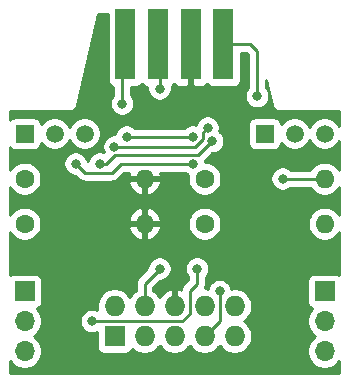
<source format=gbl>
G04 #@! TF.GenerationSoftware,KiCad,Pcbnew,(5.1.8)-1*
G04 #@! TF.CreationDate,2021-01-08T23:45:19+01:00*
G04 #@! TF.ProjectId,Atari 7800,41746172-6920-4373-9830-302e6b696361,rev?*
G04 #@! TF.SameCoordinates,Original*
G04 #@! TF.FileFunction,Copper,L2,Bot*
G04 #@! TF.FilePolarity,Positive*
%FSLAX46Y46*%
G04 Gerber Fmt 4.6, Leading zero omitted, Abs format (unit mm)*
G04 Created by KiCad (PCBNEW (5.1.8)-1) date 2021-01-08 23:45:19*
%MOMM*%
%LPD*%
G01*
G04 APERTURE LIST*
G04 #@! TA.AperFunction,SMDPad,CuDef*
%ADD10R,1.700000X6.000000*%
G04 #@! TD*
G04 #@! TA.AperFunction,ComponentPad*
%ADD11R,1.520000X1.520000*%
G04 #@! TD*
G04 #@! TA.AperFunction,ComponentPad*
%ADD12C,1.520000*%
G04 #@! TD*
G04 #@! TA.AperFunction,ComponentPad*
%ADD13R,1.700000X1.700000*%
G04 #@! TD*
G04 #@! TA.AperFunction,ComponentPad*
%ADD14O,1.700000X1.700000*%
G04 #@! TD*
G04 #@! TA.AperFunction,ComponentPad*
%ADD15O,1.727200X1.727200*%
G04 #@! TD*
G04 #@! TA.AperFunction,ComponentPad*
%ADD16R,1.727200X1.727200*%
G04 #@! TD*
G04 #@! TA.AperFunction,ComponentPad*
%ADD17O,1.600000X1.600000*%
G04 #@! TD*
G04 #@! TA.AperFunction,ComponentPad*
%ADD18C,1.600000*%
G04 #@! TD*
G04 #@! TA.AperFunction,ViaPad*
%ADD19C,0.800000*%
G04 #@! TD*
G04 #@! TA.AperFunction,Conductor*
%ADD20C,0.250000*%
G04 #@! TD*
G04 #@! TA.AperFunction,Conductor*
%ADD21C,0.254000*%
G04 #@! TD*
G04 #@! TA.AperFunction,Conductor*
%ADD22C,0.100000*%
G04 #@! TD*
G04 APERTURE END LIST*
D10*
X138069500Y-64833500D03*
X140839500Y-64833500D03*
X143609500Y-64833500D03*
X146379500Y-64833500D03*
D11*
X129540000Y-72390000D03*
D12*
X134620000Y-72390000D03*
X132080000Y-72390000D03*
D13*
X154940000Y-85725000D03*
D14*
X154940000Y-88265000D03*
X154940000Y-90805000D03*
D15*
X147320000Y-86995000D03*
X144780000Y-86995000D03*
X142240000Y-86995000D03*
X139700000Y-86995000D03*
X137160000Y-86995000D03*
X147320000Y-89535000D03*
X144780000Y-89535000D03*
X142240000Y-89535000D03*
X139700000Y-89535000D03*
D16*
X137160000Y-89535000D03*
D14*
X129540000Y-90805000D03*
X129540000Y-88265000D03*
D13*
X129540000Y-85725000D03*
D12*
X152400000Y-72390000D03*
X154940000Y-72390000D03*
D11*
X149860000Y-72390000D03*
D17*
X139700000Y-80010000D03*
D18*
X129540000Y-80010000D03*
X144780000Y-80010000D03*
D17*
X154940000Y-80010000D03*
X139700000Y-76200000D03*
D18*
X129540000Y-76200000D03*
X144780000Y-76200000D03*
D17*
X154940000Y-76200000D03*
D19*
X146050000Y-85725000D03*
X140970000Y-68580000D03*
X140970000Y-83820000D03*
X137157081Y-73480373D03*
X145033994Y-71882000D03*
X149225000Y-69215000D03*
X135890000Y-74930000D03*
X145415004Y-73025000D03*
X137795000Y-69850000D03*
X138176000Y-72644000D03*
X143764000Y-72644000D03*
X135255000Y-88265000D03*
X144145000Y-83820000D03*
X151384000Y-76200000D03*
X143764000Y-74930000D03*
X133858000Y-74930000D03*
D20*
X146050000Y-88265000D02*
X146050000Y-85725000D01*
X144780000Y-89535000D02*
X146050000Y-88265000D01*
X140970000Y-64964000D02*
X140839500Y-64833500D01*
X140970000Y-68580000D02*
X140970000Y-64964000D01*
X139700000Y-85090000D02*
X140970000Y-83820000D01*
X139700000Y-86995000D02*
X139700000Y-85090000D01*
X144001306Y-73480373D02*
X144633995Y-72847684D01*
X137157081Y-73480373D02*
X144001306Y-73480373D01*
X144633995Y-72281999D02*
X145033994Y-71882000D01*
X144633995Y-72847684D02*
X144633995Y-72281999D01*
X136455685Y-74930000D02*
X137180686Y-74204999D01*
X135890000Y-74930000D02*
X136455685Y-74930000D01*
X144235005Y-74204999D02*
X145015005Y-73424999D01*
X145015005Y-73424999D02*
X145415004Y-73025000D01*
X137180686Y-74204999D02*
X144235005Y-74204999D01*
X149225000Y-69215000D02*
X149225000Y-65405000D01*
X148653500Y-64833500D02*
X146379500Y-64833500D01*
X149225000Y-65405000D02*
X148653500Y-64833500D01*
X137795000Y-65108000D02*
X138069500Y-64833500D01*
X137795000Y-69215000D02*
X137795000Y-65108000D01*
X137795000Y-69215000D02*
X137795000Y-69850000D01*
X138741685Y-72644000D02*
X143764000Y-72644000D01*
X138176000Y-72644000D02*
X138741685Y-72644000D01*
X135255000Y-88265000D02*
X142875000Y-88265000D01*
X142875000Y-88265000D02*
X143510000Y-87630000D01*
X143510000Y-87630000D02*
X143510000Y-85725000D01*
X143510000Y-85725000D02*
X144145000Y-85090000D01*
X144145000Y-85090000D02*
X144145000Y-83820000D01*
X154940000Y-76200000D02*
X151384000Y-76200000D01*
X143764000Y-74930000D02*
X137668000Y-74930000D01*
X137668000Y-74930000D02*
X136906000Y-75692000D01*
X136906000Y-75692000D02*
X134620000Y-75692000D01*
X134620000Y-75692000D02*
X133858000Y-74930000D01*
D21*
X136581428Y-67833500D02*
X136593688Y-67957982D01*
X136629998Y-68077680D01*
X136688963Y-68187994D01*
X136768315Y-68284685D01*
X136865006Y-68364037D01*
X136975320Y-68423002D01*
X137035000Y-68441106D01*
X137035000Y-69146289D01*
X136991063Y-69190226D01*
X136877795Y-69359744D01*
X136799774Y-69548102D01*
X136760000Y-69748061D01*
X136760000Y-69951939D01*
X136799774Y-70151898D01*
X136877795Y-70340256D01*
X136991063Y-70509774D01*
X137135226Y-70653937D01*
X137304744Y-70767205D01*
X137493102Y-70845226D01*
X137693061Y-70885000D01*
X137896939Y-70885000D01*
X138096898Y-70845226D01*
X138285256Y-70767205D01*
X138454774Y-70653937D01*
X138598937Y-70509774D01*
X138712205Y-70340256D01*
X138790226Y-70151898D01*
X138830000Y-69951939D01*
X138830000Y-69748061D01*
X138790226Y-69548102D01*
X138712205Y-69359744D01*
X138598937Y-69190226D01*
X138555000Y-69146289D01*
X138555000Y-68471572D01*
X138919500Y-68471572D01*
X139043982Y-68459312D01*
X139163680Y-68423002D01*
X139273994Y-68364037D01*
X139370685Y-68284685D01*
X139450037Y-68187994D01*
X139454500Y-68179644D01*
X139458963Y-68187994D01*
X139538315Y-68284685D01*
X139635006Y-68364037D01*
X139745320Y-68423002D01*
X139865018Y-68459312D01*
X139937313Y-68466432D01*
X139935000Y-68478061D01*
X139935000Y-68681939D01*
X139974774Y-68881898D01*
X140052795Y-69070256D01*
X140166063Y-69239774D01*
X140310226Y-69383937D01*
X140479744Y-69497205D01*
X140668102Y-69575226D01*
X140868061Y-69615000D01*
X141071939Y-69615000D01*
X141271898Y-69575226D01*
X141460256Y-69497205D01*
X141629774Y-69383937D01*
X141773937Y-69239774D01*
X141887205Y-69070256D01*
X141965226Y-68881898D01*
X142005000Y-68681939D01*
X142005000Y-68478061D01*
X141988247Y-68393835D01*
X142043994Y-68364037D01*
X142140685Y-68284685D01*
X142220037Y-68187994D01*
X142224500Y-68179644D01*
X142228963Y-68187994D01*
X142308315Y-68284685D01*
X142405006Y-68364037D01*
X142515320Y-68423002D01*
X142635018Y-68459312D01*
X142759500Y-68471572D01*
X143323750Y-68468500D01*
X143482500Y-68309750D01*
X143482500Y-64960500D01*
X143462500Y-64960500D01*
X143462500Y-64706500D01*
X143482500Y-64706500D01*
X143482500Y-64686500D01*
X143736500Y-64686500D01*
X143736500Y-64706500D01*
X143756500Y-64706500D01*
X143756500Y-64960500D01*
X143736500Y-64960500D01*
X143736500Y-68309750D01*
X143895250Y-68468500D01*
X144459500Y-68471572D01*
X144583982Y-68459312D01*
X144703680Y-68423002D01*
X144813994Y-68364037D01*
X144910685Y-68284685D01*
X144990037Y-68187994D01*
X144994500Y-68179644D01*
X144998963Y-68187994D01*
X145078315Y-68284685D01*
X145175006Y-68364037D01*
X145285320Y-68423002D01*
X145405018Y-68459312D01*
X145529500Y-68471572D01*
X147229500Y-68471572D01*
X147353982Y-68459312D01*
X147473680Y-68423002D01*
X147583994Y-68364037D01*
X147680685Y-68284685D01*
X147760037Y-68187994D01*
X147819002Y-68077680D01*
X147855312Y-67957982D01*
X147867572Y-67833500D01*
X147867572Y-65593500D01*
X148338699Y-65593500D01*
X148465001Y-65719803D01*
X148465000Y-68511289D01*
X148421063Y-68555226D01*
X148307795Y-68724744D01*
X148229774Y-68913102D01*
X148190000Y-69113061D01*
X148190000Y-69316939D01*
X148229774Y-69516898D01*
X148307795Y-69705256D01*
X148421063Y-69874774D01*
X148565226Y-70018937D01*
X148734744Y-70132205D01*
X148923102Y-70210226D01*
X149123061Y-70250000D01*
X149326939Y-70250000D01*
X149526898Y-70210226D01*
X149715256Y-70132205D01*
X149884774Y-70018937D01*
X150028937Y-69874774D01*
X150142205Y-69705256D01*
X150220226Y-69516898D01*
X150260000Y-69316939D01*
X150260000Y-69113061D01*
X150220226Y-68913102D01*
X150142205Y-68724744D01*
X150028937Y-68555226D01*
X149985000Y-68511289D01*
X149985000Y-67823500D01*
X150477345Y-69956998D01*
X150479550Y-69979383D01*
X150491926Y-70020179D01*
X150494191Y-70029996D01*
X150501342Y-70051222D01*
X150517290Y-70103793D01*
X150522064Y-70112725D01*
X150525300Y-70122329D01*
X150552673Y-70169990D01*
X150578575Y-70218450D01*
X150585003Y-70226282D01*
X150590048Y-70235067D01*
X150626194Y-70276473D01*
X150661052Y-70318948D01*
X150668881Y-70325373D01*
X150675545Y-70333007D01*
X150719072Y-70366564D01*
X150761550Y-70401425D01*
X150770486Y-70406201D01*
X150778508Y-70412386D01*
X150827744Y-70436806D01*
X150876207Y-70462710D01*
X150885900Y-70465650D01*
X150894978Y-70470153D01*
X150948027Y-70484497D01*
X151000617Y-70500450D01*
X151010703Y-70501443D01*
X151020480Y-70504087D01*
X151075307Y-70507806D01*
X151097581Y-70510000D01*
X151107646Y-70510000D01*
X151150190Y-70512886D01*
X151172503Y-70510000D01*
X156177725Y-70510000D01*
X156184513Y-70510666D01*
X156185000Y-70515301D01*
X156185000Y-71750385D01*
X156176233Y-71729220D01*
X156023567Y-71500739D01*
X155829261Y-71306433D01*
X155600780Y-71153767D01*
X155346907Y-71048609D01*
X155077396Y-70995000D01*
X154802604Y-70995000D01*
X154533093Y-71048609D01*
X154279220Y-71153767D01*
X154050739Y-71306433D01*
X153856433Y-71500739D01*
X153703767Y-71729220D01*
X153670000Y-71810740D01*
X153636233Y-71729220D01*
X153483567Y-71500739D01*
X153289261Y-71306433D01*
X153060780Y-71153767D01*
X152806907Y-71048609D01*
X152537396Y-70995000D01*
X152262604Y-70995000D01*
X151993093Y-71048609D01*
X151739220Y-71153767D01*
X151510739Y-71306433D01*
X151316433Y-71500739D01*
X151254474Y-71593467D01*
X151245812Y-71505518D01*
X151209502Y-71385820D01*
X151150537Y-71275506D01*
X151071185Y-71178815D01*
X150974494Y-71099463D01*
X150864180Y-71040498D01*
X150744482Y-71004188D01*
X150620000Y-70991928D01*
X149100000Y-70991928D01*
X148975518Y-71004188D01*
X148855820Y-71040498D01*
X148745506Y-71099463D01*
X148648815Y-71178815D01*
X148569463Y-71275506D01*
X148510498Y-71385820D01*
X148474188Y-71505518D01*
X148461928Y-71630000D01*
X148461928Y-73150000D01*
X148474188Y-73274482D01*
X148510498Y-73394180D01*
X148569463Y-73504494D01*
X148648815Y-73601185D01*
X148745506Y-73680537D01*
X148855820Y-73739502D01*
X148975518Y-73775812D01*
X149100000Y-73788072D01*
X150620000Y-73788072D01*
X150744482Y-73775812D01*
X150864180Y-73739502D01*
X150974494Y-73680537D01*
X151071185Y-73601185D01*
X151150537Y-73504494D01*
X151209502Y-73394180D01*
X151245812Y-73274482D01*
X151254474Y-73186533D01*
X151316433Y-73279261D01*
X151510739Y-73473567D01*
X151739220Y-73626233D01*
X151993093Y-73731391D01*
X152262604Y-73785000D01*
X152537396Y-73785000D01*
X152806907Y-73731391D01*
X153060780Y-73626233D01*
X153289261Y-73473567D01*
X153483567Y-73279261D01*
X153636233Y-73050780D01*
X153670000Y-72969260D01*
X153703767Y-73050780D01*
X153856433Y-73279261D01*
X154050739Y-73473567D01*
X154279220Y-73626233D01*
X154533093Y-73731391D01*
X154802604Y-73785000D01*
X155077396Y-73785000D01*
X155346907Y-73731391D01*
X155600780Y-73626233D01*
X155829261Y-73473567D01*
X156023567Y-73279261D01*
X156176233Y-73050780D01*
X156185000Y-73029614D01*
X156185000Y-75480344D01*
X156054637Y-75285241D01*
X155854759Y-75085363D01*
X155619727Y-74928320D01*
X155358574Y-74820147D01*
X155081335Y-74765000D01*
X154798665Y-74765000D01*
X154521426Y-74820147D01*
X154260273Y-74928320D01*
X154025241Y-75085363D01*
X153825363Y-75285241D01*
X153721957Y-75440000D01*
X152087711Y-75440000D01*
X152043774Y-75396063D01*
X151874256Y-75282795D01*
X151685898Y-75204774D01*
X151485939Y-75165000D01*
X151282061Y-75165000D01*
X151082102Y-75204774D01*
X150893744Y-75282795D01*
X150724226Y-75396063D01*
X150580063Y-75540226D01*
X150466795Y-75709744D01*
X150388774Y-75898102D01*
X150349000Y-76098061D01*
X150349000Y-76301939D01*
X150388774Y-76501898D01*
X150466795Y-76690256D01*
X150580063Y-76859774D01*
X150724226Y-77003937D01*
X150893744Y-77117205D01*
X151082102Y-77195226D01*
X151282061Y-77235000D01*
X151485939Y-77235000D01*
X151685898Y-77195226D01*
X151874256Y-77117205D01*
X152043774Y-77003937D01*
X152087711Y-76960000D01*
X153721957Y-76960000D01*
X153825363Y-77114759D01*
X154025241Y-77314637D01*
X154260273Y-77471680D01*
X154521426Y-77579853D01*
X154798665Y-77635000D01*
X155081335Y-77635000D01*
X155358574Y-77579853D01*
X155619727Y-77471680D01*
X155854759Y-77314637D01*
X156054637Y-77114759D01*
X156185000Y-76919656D01*
X156185000Y-79290344D01*
X156054637Y-79095241D01*
X155854759Y-78895363D01*
X155619727Y-78738320D01*
X155358574Y-78630147D01*
X155081335Y-78575000D01*
X154798665Y-78575000D01*
X154521426Y-78630147D01*
X154260273Y-78738320D01*
X154025241Y-78895363D01*
X153825363Y-79095241D01*
X153668320Y-79330273D01*
X153560147Y-79591426D01*
X153505000Y-79868665D01*
X153505000Y-80151335D01*
X153560147Y-80428574D01*
X153668320Y-80689727D01*
X153825363Y-80924759D01*
X154025241Y-81124637D01*
X154260273Y-81281680D01*
X154521426Y-81389853D01*
X154798665Y-81445000D01*
X155081335Y-81445000D01*
X155358574Y-81389853D01*
X155619727Y-81281680D01*
X155854759Y-81124637D01*
X156054637Y-80924759D01*
X156185000Y-80729656D01*
X156185001Y-84377706D01*
X156144494Y-84344463D01*
X156034180Y-84285498D01*
X155914482Y-84249188D01*
X155790000Y-84236928D01*
X154090000Y-84236928D01*
X153965518Y-84249188D01*
X153845820Y-84285498D01*
X153735506Y-84344463D01*
X153638815Y-84423815D01*
X153559463Y-84520506D01*
X153500498Y-84630820D01*
X153464188Y-84750518D01*
X153451928Y-84875000D01*
X153451928Y-86575000D01*
X153464188Y-86699482D01*
X153500498Y-86819180D01*
X153559463Y-86929494D01*
X153638815Y-87026185D01*
X153735506Y-87105537D01*
X153845820Y-87164502D01*
X153918380Y-87186513D01*
X153786525Y-87318368D01*
X153624010Y-87561589D01*
X153512068Y-87831842D01*
X153455000Y-88118740D01*
X153455000Y-88411260D01*
X153512068Y-88698158D01*
X153624010Y-88968411D01*
X153786525Y-89211632D01*
X153993368Y-89418475D01*
X154167760Y-89535000D01*
X153993368Y-89651525D01*
X153786525Y-89858368D01*
X153624010Y-90101589D01*
X153512068Y-90371842D01*
X153455000Y-90658740D01*
X153455000Y-90951260D01*
X153512068Y-91238158D01*
X153624010Y-91508411D01*
X153786525Y-91751632D01*
X153993368Y-91958475D01*
X154236589Y-92120990D01*
X154506842Y-92232932D01*
X154793740Y-92290000D01*
X155086260Y-92290000D01*
X155373158Y-92232932D01*
X155643411Y-92120990D01*
X155886632Y-91958475D01*
X156093475Y-91751632D01*
X156185001Y-91614654D01*
X156185001Y-92677715D01*
X156184335Y-92684513D01*
X156179699Y-92685000D01*
X128302275Y-92685000D01*
X128295487Y-92684335D01*
X128295000Y-92679699D01*
X128295000Y-91614655D01*
X128386525Y-91751632D01*
X128593368Y-91958475D01*
X128836589Y-92120990D01*
X129106842Y-92232932D01*
X129393740Y-92290000D01*
X129686260Y-92290000D01*
X129973158Y-92232932D01*
X130243411Y-92120990D01*
X130486632Y-91958475D01*
X130693475Y-91751632D01*
X130855990Y-91508411D01*
X130967932Y-91238158D01*
X131025000Y-90951260D01*
X131025000Y-90658740D01*
X130967932Y-90371842D01*
X130855990Y-90101589D01*
X130693475Y-89858368D01*
X130486632Y-89651525D01*
X130312240Y-89535000D01*
X130486632Y-89418475D01*
X130693475Y-89211632D01*
X130855990Y-88968411D01*
X130967932Y-88698158D01*
X131025000Y-88411260D01*
X131025000Y-88163061D01*
X134220000Y-88163061D01*
X134220000Y-88366939D01*
X134259774Y-88566898D01*
X134337795Y-88755256D01*
X134451063Y-88924774D01*
X134595226Y-89068937D01*
X134764744Y-89182205D01*
X134953102Y-89260226D01*
X135153061Y-89300000D01*
X135356939Y-89300000D01*
X135556898Y-89260226D01*
X135658328Y-89218212D01*
X135658328Y-90398600D01*
X135670588Y-90523082D01*
X135706898Y-90642780D01*
X135765863Y-90753094D01*
X135845215Y-90849785D01*
X135941906Y-90929137D01*
X136052220Y-90988102D01*
X136171918Y-91024412D01*
X136296400Y-91036672D01*
X138023600Y-91036672D01*
X138148082Y-91024412D01*
X138267780Y-90988102D01*
X138378094Y-90929137D01*
X138474785Y-90849785D01*
X138554137Y-90753094D01*
X138613102Y-90642780D01*
X138630636Y-90584977D01*
X138744698Y-90699039D01*
X138990147Y-90863042D01*
X139262875Y-90976010D01*
X139552401Y-91033600D01*
X139847599Y-91033600D01*
X140137125Y-90976010D01*
X140409853Y-90863042D01*
X140655302Y-90699039D01*
X140864039Y-90490302D01*
X140970000Y-90331719D01*
X141075961Y-90490302D01*
X141284698Y-90699039D01*
X141530147Y-90863042D01*
X141802875Y-90976010D01*
X142092401Y-91033600D01*
X142387599Y-91033600D01*
X142677125Y-90976010D01*
X142949853Y-90863042D01*
X143195302Y-90699039D01*
X143404039Y-90490302D01*
X143510000Y-90331719D01*
X143615961Y-90490302D01*
X143824698Y-90699039D01*
X144070147Y-90863042D01*
X144342875Y-90976010D01*
X144632401Y-91033600D01*
X144927599Y-91033600D01*
X145217125Y-90976010D01*
X145489853Y-90863042D01*
X145735302Y-90699039D01*
X145944039Y-90490302D01*
X146050000Y-90331719D01*
X146155961Y-90490302D01*
X146364698Y-90699039D01*
X146610147Y-90863042D01*
X146882875Y-90976010D01*
X147172401Y-91033600D01*
X147467599Y-91033600D01*
X147757125Y-90976010D01*
X148029853Y-90863042D01*
X148275302Y-90699039D01*
X148484039Y-90490302D01*
X148648042Y-90244853D01*
X148761010Y-89972125D01*
X148818600Y-89682599D01*
X148818600Y-89387401D01*
X148761010Y-89097875D01*
X148648042Y-88825147D01*
X148484039Y-88579698D01*
X148275302Y-88370961D01*
X148116719Y-88265000D01*
X148275302Y-88159039D01*
X148484039Y-87950302D01*
X148648042Y-87704853D01*
X148761010Y-87432125D01*
X148818600Y-87142599D01*
X148818600Y-86847401D01*
X148761010Y-86557875D01*
X148648042Y-86285147D01*
X148484039Y-86039698D01*
X148275302Y-85830961D01*
X148029853Y-85666958D01*
X147757125Y-85553990D01*
X147467599Y-85496400D01*
X147172401Y-85496400D01*
X147064091Y-85517944D01*
X147045226Y-85423102D01*
X146967205Y-85234744D01*
X146853937Y-85065226D01*
X146709774Y-84921063D01*
X146540256Y-84807795D01*
X146351898Y-84729774D01*
X146151939Y-84690000D01*
X145948061Y-84690000D01*
X145748102Y-84729774D01*
X145559744Y-84807795D01*
X145390226Y-84921063D01*
X145246063Y-85065226D01*
X145132795Y-85234744D01*
X145054774Y-85423102D01*
X145035909Y-85517944D01*
X144927599Y-85496400D01*
X144789529Y-85496400D01*
X144850546Y-85382247D01*
X144894003Y-85238986D01*
X144905000Y-85127333D01*
X144905000Y-85127332D01*
X144908677Y-85090000D01*
X144905000Y-85052667D01*
X144905000Y-84523711D01*
X144948937Y-84479774D01*
X145062205Y-84310256D01*
X145140226Y-84121898D01*
X145180000Y-83921939D01*
X145180000Y-83718061D01*
X145140226Y-83518102D01*
X145062205Y-83329744D01*
X144948937Y-83160226D01*
X144804774Y-83016063D01*
X144635256Y-82902795D01*
X144446898Y-82824774D01*
X144246939Y-82785000D01*
X144043061Y-82785000D01*
X143843102Y-82824774D01*
X143654744Y-82902795D01*
X143485226Y-83016063D01*
X143341063Y-83160226D01*
X143227795Y-83329744D01*
X143149774Y-83518102D01*
X143110000Y-83718061D01*
X143110000Y-83921939D01*
X143149774Y-84121898D01*
X143227795Y-84310256D01*
X143341063Y-84479774D01*
X143385000Y-84523711D01*
X143385000Y-84775198D01*
X142998998Y-85161201D01*
X142970000Y-85184999D01*
X142946202Y-85213997D01*
X142946201Y-85213998D01*
X142875026Y-85300724D01*
X142804454Y-85432754D01*
X142785148Y-85496400D01*
X142760998Y-85576014D01*
X142759577Y-85590438D01*
X142749814Y-85585778D01*
X142599026Y-85540042D01*
X142367000Y-85661183D01*
X142367000Y-86868000D01*
X142387000Y-86868000D01*
X142387000Y-87122000D01*
X142367000Y-87122000D01*
X142367000Y-87142000D01*
X142113000Y-87142000D01*
X142113000Y-87122000D01*
X142093000Y-87122000D01*
X142093000Y-86868000D01*
X142113000Y-86868000D01*
X142113000Y-85661183D01*
X141880974Y-85540042D01*
X141730186Y-85585778D01*
X141465056Y-85712316D01*
X141229707Y-85888146D01*
X141033183Y-86106512D01*
X140974559Y-86205103D01*
X140864039Y-86039698D01*
X140655302Y-85830961D01*
X140460000Y-85700465D01*
X140460000Y-85404801D01*
X141009802Y-84855000D01*
X141071939Y-84855000D01*
X141271898Y-84815226D01*
X141460256Y-84737205D01*
X141629774Y-84623937D01*
X141773937Y-84479774D01*
X141887205Y-84310256D01*
X141965226Y-84121898D01*
X142005000Y-83921939D01*
X142005000Y-83718061D01*
X141965226Y-83518102D01*
X141887205Y-83329744D01*
X141773937Y-83160226D01*
X141629774Y-83016063D01*
X141460256Y-82902795D01*
X141271898Y-82824774D01*
X141071939Y-82785000D01*
X140868061Y-82785000D01*
X140668102Y-82824774D01*
X140479744Y-82902795D01*
X140310226Y-83016063D01*
X140166063Y-83160226D01*
X140052795Y-83329744D01*
X139974774Y-83518102D01*
X139935000Y-83718061D01*
X139935000Y-83780198D01*
X139188998Y-84526201D01*
X139160000Y-84549999D01*
X139136202Y-84578997D01*
X139136201Y-84578998D01*
X139065026Y-84665724D01*
X138994454Y-84797754D01*
X138971023Y-84875000D01*
X138950998Y-84941014D01*
X138943272Y-85019454D01*
X138936324Y-85090000D01*
X138940001Y-85127332D01*
X138940001Y-85700465D01*
X138744698Y-85830961D01*
X138535961Y-86039698D01*
X138430000Y-86198281D01*
X138324039Y-86039698D01*
X138115302Y-85830961D01*
X137869853Y-85666958D01*
X137597125Y-85553990D01*
X137307599Y-85496400D01*
X137012401Y-85496400D01*
X136722875Y-85553990D01*
X136450147Y-85666958D01*
X136204698Y-85830961D01*
X135995961Y-86039698D01*
X135831958Y-86285147D01*
X135718990Y-86557875D01*
X135661400Y-86847401D01*
X135661400Y-87142599D01*
X135698351Y-87328366D01*
X135556898Y-87269774D01*
X135356939Y-87230000D01*
X135153061Y-87230000D01*
X134953102Y-87269774D01*
X134764744Y-87347795D01*
X134595226Y-87461063D01*
X134451063Y-87605226D01*
X134337795Y-87774744D01*
X134259774Y-87963102D01*
X134220000Y-88163061D01*
X131025000Y-88163061D01*
X131025000Y-88118740D01*
X130967932Y-87831842D01*
X130855990Y-87561589D01*
X130693475Y-87318368D01*
X130561620Y-87186513D01*
X130634180Y-87164502D01*
X130744494Y-87105537D01*
X130841185Y-87026185D01*
X130920537Y-86929494D01*
X130979502Y-86819180D01*
X131015812Y-86699482D01*
X131028072Y-86575000D01*
X131028072Y-84875000D01*
X131015812Y-84750518D01*
X130979502Y-84630820D01*
X130920537Y-84520506D01*
X130841185Y-84423815D01*
X130744494Y-84344463D01*
X130634180Y-84285498D01*
X130514482Y-84249188D01*
X130390000Y-84236928D01*
X128690000Y-84236928D01*
X128565518Y-84249188D01*
X128445820Y-84285498D01*
X128335506Y-84344463D01*
X128295000Y-84377705D01*
X128295000Y-80729657D01*
X128425363Y-80924759D01*
X128625241Y-81124637D01*
X128860273Y-81281680D01*
X129121426Y-81389853D01*
X129398665Y-81445000D01*
X129681335Y-81445000D01*
X129958574Y-81389853D01*
X130219727Y-81281680D01*
X130454759Y-81124637D01*
X130654637Y-80924759D01*
X130811680Y-80689727D01*
X130919853Y-80428574D01*
X130933684Y-80359039D01*
X138308096Y-80359039D01*
X138348754Y-80493087D01*
X138468963Y-80747420D01*
X138636481Y-80973414D01*
X138844869Y-81162385D01*
X139086119Y-81307070D01*
X139350960Y-81401909D01*
X139573000Y-81280624D01*
X139573000Y-80137000D01*
X139827000Y-80137000D01*
X139827000Y-81280624D01*
X140049040Y-81401909D01*
X140313881Y-81307070D01*
X140555131Y-81162385D01*
X140763519Y-80973414D01*
X140931037Y-80747420D01*
X141051246Y-80493087D01*
X141091904Y-80359039D01*
X140969915Y-80137000D01*
X139827000Y-80137000D01*
X139573000Y-80137000D01*
X138430085Y-80137000D01*
X138308096Y-80359039D01*
X130933684Y-80359039D01*
X130975000Y-80151335D01*
X130975000Y-79868665D01*
X130933685Y-79660961D01*
X138308096Y-79660961D01*
X138430085Y-79883000D01*
X139573000Y-79883000D01*
X139573000Y-78739376D01*
X139827000Y-78739376D01*
X139827000Y-79883000D01*
X140969915Y-79883000D01*
X140977790Y-79868665D01*
X143345000Y-79868665D01*
X143345000Y-80151335D01*
X143400147Y-80428574D01*
X143508320Y-80689727D01*
X143665363Y-80924759D01*
X143865241Y-81124637D01*
X144100273Y-81281680D01*
X144361426Y-81389853D01*
X144638665Y-81445000D01*
X144921335Y-81445000D01*
X145198574Y-81389853D01*
X145459727Y-81281680D01*
X145694759Y-81124637D01*
X145894637Y-80924759D01*
X146051680Y-80689727D01*
X146159853Y-80428574D01*
X146215000Y-80151335D01*
X146215000Y-79868665D01*
X146159853Y-79591426D01*
X146051680Y-79330273D01*
X145894637Y-79095241D01*
X145694759Y-78895363D01*
X145459727Y-78738320D01*
X145198574Y-78630147D01*
X144921335Y-78575000D01*
X144638665Y-78575000D01*
X144361426Y-78630147D01*
X144100273Y-78738320D01*
X143865241Y-78895363D01*
X143665363Y-79095241D01*
X143508320Y-79330273D01*
X143400147Y-79591426D01*
X143345000Y-79868665D01*
X140977790Y-79868665D01*
X141091904Y-79660961D01*
X141051246Y-79526913D01*
X140931037Y-79272580D01*
X140763519Y-79046586D01*
X140555131Y-78857615D01*
X140313881Y-78712930D01*
X140049040Y-78618091D01*
X139827000Y-78739376D01*
X139573000Y-78739376D01*
X139350960Y-78618091D01*
X139086119Y-78712930D01*
X138844869Y-78857615D01*
X138636481Y-79046586D01*
X138468963Y-79272580D01*
X138348754Y-79526913D01*
X138308096Y-79660961D01*
X130933685Y-79660961D01*
X130919853Y-79591426D01*
X130811680Y-79330273D01*
X130654637Y-79095241D01*
X130454759Y-78895363D01*
X130219727Y-78738320D01*
X129958574Y-78630147D01*
X129681335Y-78575000D01*
X129398665Y-78575000D01*
X129121426Y-78630147D01*
X128860273Y-78738320D01*
X128625241Y-78895363D01*
X128425363Y-79095241D01*
X128295000Y-79290343D01*
X128295000Y-76919657D01*
X128425363Y-77114759D01*
X128625241Y-77314637D01*
X128860273Y-77471680D01*
X129121426Y-77579853D01*
X129398665Y-77635000D01*
X129681335Y-77635000D01*
X129958574Y-77579853D01*
X130219727Y-77471680D01*
X130454759Y-77314637D01*
X130654637Y-77114759D01*
X130811680Y-76879727D01*
X130919853Y-76618574D01*
X130933684Y-76549039D01*
X138308096Y-76549039D01*
X138348754Y-76683087D01*
X138468963Y-76937420D01*
X138636481Y-77163414D01*
X138844869Y-77352385D01*
X139086119Y-77497070D01*
X139350960Y-77591909D01*
X139573000Y-77470624D01*
X139573000Y-76327000D01*
X139827000Y-76327000D01*
X139827000Y-77470624D01*
X140049040Y-77591909D01*
X140313881Y-77497070D01*
X140555131Y-77352385D01*
X140763519Y-77163414D01*
X140931037Y-76937420D01*
X141051246Y-76683087D01*
X141091904Y-76549039D01*
X140969915Y-76327000D01*
X139827000Y-76327000D01*
X139573000Y-76327000D01*
X138430085Y-76327000D01*
X138308096Y-76549039D01*
X130933684Y-76549039D01*
X130975000Y-76341335D01*
X130975000Y-76058665D01*
X130919853Y-75781426D01*
X130811680Y-75520273D01*
X130654637Y-75285241D01*
X130454759Y-75085363D01*
X130219727Y-74928320D01*
X129977681Y-74828061D01*
X132823000Y-74828061D01*
X132823000Y-75031939D01*
X132862774Y-75231898D01*
X132940795Y-75420256D01*
X133054063Y-75589774D01*
X133198226Y-75733937D01*
X133367744Y-75847205D01*
X133556102Y-75925226D01*
X133756061Y-75965000D01*
X133818198Y-75965000D01*
X134056201Y-76203002D01*
X134079999Y-76232001D01*
X134195724Y-76326974D01*
X134327753Y-76397546D01*
X134471014Y-76441003D01*
X134582667Y-76452000D01*
X134582675Y-76452000D01*
X134620000Y-76455676D01*
X134657325Y-76452000D01*
X136868678Y-76452000D01*
X136906000Y-76455676D01*
X136943322Y-76452000D01*
X136943333Y-76452000D01*
X137054986Y-76441003D01*
X137198247Y-76397546D01*
X137330276Y-76326974D01*
X137446001Y-76232001D01*
X137469803Y-76202998D01*
X137982802Y-75690000D01*
X138361474Y-75690000D01*
X138348754Y-75716913D01*
X138308096Y-75850961D01*
X138430085Y-76073000D01*
X139573000Y-76073000D01*
X139573000Y-76053000D01*
X139827000Y-76053000D01*
X139827000Y-76073000D01*
X140969915Y-76073000D01*
X141091904Y-75850961D01*
X141051246Y-75716913D01*
X141038526Y-75690000D01*
X143060289Y-75690000D01*
X143104226Y-75733937D01*
X143273744Y-75847205D01*
X143378437Y-75890570D01*
X143345000Y-76058665D01*
X143345000Y-76341335D01*
X143400147Y-76618574D01*
X143508320Y-76879727D01*
X143665363Y-77114759D01*
X143865241Y-77314637D01*
X144100273Y-77471680D01*
X144361426Y-77579853D01*
X144638665Y-77635000D01*
X144921335Y-77635000D01*
X145198574Y-77579853D01*
X145459727Y-77471680D01*
X145694759Y-77314637D01*
X145894637Y-77114759D01*
X146051680Y-76879727D01*
X146159853Y-76618574D01*
X146215000Y-76341335D01*
X146215000Y-76058665D01*
X146159853Y-75781426D01*
X146051680Y-75520273D01*
X145894637Y-75285241D01*
X145694759Y-75085363D01*
X145459727Y-74928320D01*
X145198574Y-74820147D01*
X144921335Y-74765000D01*
X144786456Y-74765000D01*
X144781021Y-74737671D01*
X144798808Y-74715997D01*
X145454806Y-74060000D01*
X145516943Y-74060000D01*
X145716902Y-74020226D01*
X145905260Y-73942205D01*
X146074778Y-73828937D01*
X146218941Y-73684774D01*
X146332209Y-73515256D01*
X146410230Y-73326898D01*
X146450004Y-73126939D01*
X146450004Y-72923061D01*
X146410230Y-72723102D01*
X146332209Y-72534744D01*
X146218941Y-72365226D01*
X146074778Y-72221063D01*
X146027038Y-72189165D01*
X146029220Y-72183898D01*
X146068994Y-71983939D01*
X146068994Y-71780061D01*
X146029220Y-71580102D01*
X145951199Y-71391744D01*
X145837931Y-71222226D01*
X145693768Y-71078063D01*
X145524250Y-70964795D01*
X145335892Y-70886774D01*
X145135933Y-70847000D01*
X144932055Y-70847000D01*
X144732096Y-70886774D01*
X144543738Y-70964795D01*
X144374220Y-71078063D01*
X144230057Y-71222226D01*
X144116789Y-71391744D01*
X144038768Y-71580102D01*
X144026661Y-71640969D01*
X143865939Y-71609000D01*
X143662061Y-71609000D01*
X143462102Y-71648774D01*
X143273744Y-71726795D01*
X143104226Y-71840063D01*
X143060289Y-71884000D01*
X138879711Y-71884000D01*
X138835774Y-71840063D01*
X138666256Y-71726795D01*
X138477898Y-71648774D01*
X138277939Y-71609000D01*
X138074061Y-71609000D01*
X137874102Y-71648774D01*
X137685744Y-71726795D01*
X137516226Y-71840063D01*
X137372063Y-71984226D01*
X137258795Y-72153744D01*
X137180774Y-72342102D01*
X137160232Y-72445373D01*
X137055142Y-72445373D01*
X136855183Y-72485147D01*
X136666825Y-72563168D01*
X136497307Y-72676436D01*
X136353144Y-72820599D01*
X136239876Y-72990117D01*
X136161855Y-73178475D01*
X136122081Y-73378434D01*
X136122081Y-73582312D01*
X136161855Y-73782271D01*
X136231885Y-73951337D01*
X136191898Y-73934774D01*
X135991939Y-73895000D01*
X135788061Y-73895000D01*
X135588102Y-73934774D01*
X135399744Y-74012795D01*
X135230226Y-74126063D01*
X135086063Y-74270226D01*
X134972795Y-74439744D01*
X134894774Y-74628102D01*
X134874000Y-74732541D01*
X134853226Y-74628102D01*
X134775205Y-74439744D01*
X134661937Y-74270226D01*
X134517774Y-74126063D01*
X134348256Y-74012795D01*
X134159898Y-73934774D01*
X133959939Y-73895000D01*
X133756061Y-73895000D01*
X133556102Y-73934774D01*
X133367744Y-74012795D01*
X133198226Y-74126063D01*
X133054063Y-74270226D01*
X132940795Y-74439744D01*
X132862774Y-74628102D01*
X132823000Y-74828061D01*
X129977681Y-74828061D01*
X129958574Y-74820147D01*
X129681335Y-74765000D01*
X129398665Y-74765000D01*
X129121426Y-74820147D01*
X128860273Y-74928320D01*
X128625241Y-75085363D01*
X128425363Y-75285241D01*
X128295000Y-75480343D01*
X128295000Y-73559981D01*
X128328815Y-73601185D01*
X128425506Y-73680537D01*
X128535820Y-73739502D01*
X128655518Y-73775812D01*
X128780000Y-73788072D01*
X130300000Y-73788072D01*
X130424482Y-73775812D01*
X130544180Y-73739502D01*
X130654494Y-73680537D01*
X130751185Y-73601185D01*
X130830537Y-73504494D01*
X130889502Y-73394180D01*
X130925812Y-73274482D01*
X130934474Y-73186533D01*
X130996433Y-73279261D01*
X131190739Y-73473567D01*
X131419220Y-73626233D01*
X131673093Y-73731391D01*
X131942604Y-73785000D01*
X132217396Y-73785000D01*
X132486907Y-73731391D01*
X132740780Y-73626233D01*
X132969261Y-73473567D01*
X133163567Y-73279261D01*
X133316233Y-73050780D01*
X133350000Y-72969260D01*
X133383767Y-73050780D01*
X133536433Y-73279261D01*
X133730739Y-73473567D01*
X133959220Y-73626233D01*
X134213093Y-73731391D01*
X134482604Y-73785000D01*
X134757396Y-73785000D01*
X135026907Y-73731391D01*
X135280780Y-73626233D01*
X135509261Y-73473567D01*
X135703567Y-73279261D01*
X135856233Y-73050780D01*
X135961391Y-72796907D01*
X136015000Y-72527396D01*
X136015000Y-72252604D01*
X135961391Y-71983093D01*
X135856233Y-71729220D01*
X135703567Y-71500739D01*
X135509261Y-71306433D01*
X135280780Y-71153767D01*
X135026907Y-71048609D01*
X134757396Y-70995000D01*
X134482604Y-70995000D01*
X134213093Y-71048609D01*
X133959220Y-71153767D01*
X133730739Y-71306433D01*
X133536433Y-71500739D01*
X133383767Y-71729220D01*
X133350000Y-71810740D01*
X133316233Y-71729220D01*
X133163567Y-71500739D01*
X132969261Y-71306433D01*
X132740780Y-71153767D01*
X132486907Y-71048609D01*
X132217396Y-70995000D01*
X131942604Y-70995000D01*
X131673093Y-71048609D01*
X131419220Y-71153767D01*
X131190739Y-71306433D01*
X130996433Y-71500739D01*
X130934474Y-71593467D01*
X130925812Y-71505518D01*
X130889502Y-71385820D01*
X130830537Y-71275506D01*
X130751185Y-71178815D01*
X130654494Y-71099463D01*
X130544180Y-71040498D01*
X130424482Y-71004188D01*
X130300000Y-70991928D01*
X128780000Y-70991928D01*
X128655518Y-71004188D01*
X128535820Y-71040498D01*
X128425506Y-71099463D01*
X128328815Y-71178815D01*
X128295000Y-71220019D01*
X128295000Y-70517275D01*
X128295666Y-70510487D01*
X128300301Y-70510000D01*
X133307504Y-70510000D01*
X133329810Y-70512885D01*
X133372339Y-70510000D01*
X133382419Y-70510000D01*
X133404727Y-70507803D01*
X133459519Y-70504086D01*
X133469290Y-70501444D01*
X133479383Y-70500450D01*
X133531994Y-70484490D01*
X133585021Y-70470153D01*
X133594098Y-70465651D01*
X133603793Y-70462710D01*
X133652269Y-70436799D01*
X133701491Y-70412386D01*
X133709511Y-70406203D01*
X133718450Y-70401425D01*
X133760944Y-70366551D01*
X133804454Y-70333007D01*
X133811116Y-70325376D01*
X133818948Y-70318948D01*
X133853822Y-70276454D01*
X133889951Y-70235067D01*
X133894994Y-70226286D01*
X133901425Y-70218450D01*
X133927341Y-70169964D01*
X133954699Y-70122329D01*
X133957933Y-70112730D01*
X133962710Y-70103793D01*
X133978667Y-70051192D01*
X133985808Y-70029996D01*
X133988070Y-70020193D01*
X134000450Y-69979383D01*
X134002655Y-69956990D01*
X135780038Y-62255000D01*
X136581428Y-62255000D01*
X136581428Y-67833500D01*
G04 #@! TA.AperFunction,Conductor*
D22*
G36*
X136581428Y-67833500D02*
G01*
X136593688Y-67957982D01*
X136629998Y-68077680D01*
X136688963Y-68187994D01*
X136768315Y-68284685D01*
X136865006Y-68364037D01*
X136975320Y-68423002D01*
X137035000Y-68441106D01*
X137035000Y-69146289D01*
X136991063Y-69190226D01*
X136877795Y-69359744D01*
X136799774Y-69548102D01*
X136760000Y-69748061D01*
X136760000Y-69951939D01*
X136799774Y-70151898D01*
X136877795Y-70340256D01*
X136991063Y-70509774D01*
X137135226Y-70653937D01*
X137304744Y-70767205D01*
X137493102Y-70845226D01*
X137693061Y-70885000D01*
X137896939Y-70885000D01*
X138096898Y-70845226D01*
X138285256Y-70767205D01*
X138454774Y-70653937D01*
X138598937Y-70509774D01*
X138712205Y-70340256D01*
X138790226Y-70151898D01*
X138830000Y-69951939D01*
X138830000Y-69748061D01*
X138790226Y-69548102D01*
X138712205Y-69359744D01*
X138598937Y-69190226D01*
X138555000Y-69146289D01*
X138555000Y-68471572D01*
X138919500Y-68471572D01*
X139043982Y-68459312D01*
X139163680Y-68423002D01*
X139273994Y-68364037D01*
X139370685Y-68284685D01*
X139450037Y-68187994D01*
X139454500Y-68179644D01*
X139458963Y-68187994D01*
X139538315Y-68284685D01*
X139635006Y-68364037D01*
X139745320Y-68423002D01*
X139865018Y-68459312D01*
X139937313Y-68466432D01*
X139935000Y-68478061D01*
X139935000Y-68681939D01*
X139974774Y-68881898D01*
X140052795Y-69070256D01*
X140166063Y-69239774D01*
X140310226Y-69383937D01*
X140479744Y-69497205D01*
X140668102Y-69575226D01*
X140868061Y-69615000D01*
X141071939Y-69615000D01*
X141271898Y-69575226D01*
X141460256Y-69497205D01*
X141629774Y-69383937D01*
X141773937Y-69239774D01*
X141887205Y-69070256D01*
X141965226Y-68881898D01*
X142005000Y-68681939D01*
X142005000Y-68478061D01*
X141988247Y-68393835D01*
X142043994Y-68364037D01*
X142140685Y-68284685D01*
X142220037Y-68187994D01*
X142224500Y-68179644D01*
X142228963Y-68187994D01*
X142308315Y-68284685D01*
X142405006Y-68364037D01*
X142515320Y-68423002D01*
X142635018Y-68459312D01*
X142759500Y-68471572D01*
X143323750Y-68468500D01*
X143482500Y-68309750D01*
X143482500Y-64960500D01*
X143462500Y-64960500D01*
X143462500Y-64706500D01*
X143482500Y-64706500D01*
X143482500Y-64686500D01*
X143736500Y-64686500D01*
X143736500Y-64706500D01*
X143756500Y-64706500D01*
X143756500Y-64960500D01*
X143736500Y-64960500D01*
X143736500Y-68309750D01*
X143895250Y-68468500D01*
X144459500Y-68471572D01*
X144583982Y-68459312D01*
X144703680Y-68423002D01*
X144813994Y-68364037D01*
X144910685Y-68284685D01*
X144990037Y-68187994D01*
X144994500Y-68179644D01*
X144998963Y-68187994D01*
X145078315Y-68284685D01*
X145175006Y-68364037D01*
X145285320Y-68423002D01*
X145405018Y-68459312D01*
X145529500Y-68471572D01*
X147229500Y-68471572D01*
X147353982Y-68459312D01*
X147473680Y-68423002D01*
X147583994Y-68364037D01*
X147680685Y-68284685D01*
X147760037Y-68187994D01*
X147819002Y-68077680D01*
X147855312Y-67957982D01*
X147867572Y-67833500D01*
X147867572Y-65593500D01*
X148338699Y-65593500D01*
X148465001Y-65719803D01*
X148465000Y-68511289D01*
X148421063Y-68555226D01*
X148307795Y-68724744D01*
X148229774Y-68913102D01*
X148190000Y-69113061D01*
X148190000Y-69316939D01*
X148229774Y-69516898D01*
X148307795Y-69705256D01*
X148421063Y-69874774D01*
X148565226Y-70018937D01*
X148734744Y-70132205D01*
X148923102Y-70210226D01*
X149123061Y-70250000D01*
X149326939Y-70250000D01*
X149526898Y-70210226D01*
X149715256Y-70132205D01*
X149884774Y-70018937D01*
X150028937Y-69874774D01*
X150142205Y-69705256D01*
X150220226Y-69516898D01*
X150260000Y-69316939D01*
X150260000Y-69113061D01*
X150220226Y-68913102D01*
X150142205Y-68724744D01*
X150028937Y-68555226D01*
X149985000Y-68511289D01*
X149985000Y-67823500D01*
X150477345Y-69956998D01*
X150479550Y-69979383D01*
X150491926Y-70020179D01*
X150494191Y-70029996D01*
X150501342Y-70051222D01*
X150517290Y-70103793D01*
X150522064Y-70112725D01*
X150525300Y-70122329D01*
X150552673Y-70169990D01*
X150578575Y-70218450D01*
X150585003Y-70226282D01*
X150590048Y-70235067D01*
X150626194Y-70276473D01*
X150661052Y-70318948D01*
X150668881Y-70325373D01*
X150675545Y-70333007D01*
X150719072Y-70366564D01*
X150761550Y-70401425D01*
X150770486Y-70406201D01*
X150778508Y-70412386D01*
X150827744Y-70436806D01*
X150876207Y-70462710D01*
X150885900Y-70465650D01*
X150894978Y-70470153D01*
X150948027Y-70484497D01*
X151000617Y-70500450D01*
X151010703Y-70501443D01*
X151020480Y-70504087D01*
X151075307Y-70507806D01*
X151097581Y-70510000D01*
X151107646Y-70510000D01*
X151150190Y-70512886D01*
X151172503Y-70510000D01*
X156177725Y-70510000D01*
X156184513Y-70510666D01*
X156185000Y-70515301D01*
X156185000Y-71750385D01*
X156176233Y-71729220D01*
X156023567Y-71500739D01*
X155829261Y-71306433D01*
X155600780Y-71153767D01*
X155346907Y-71048609D01*
X155077396Y-70995000D01*
X154802604Y-70995000D01*
X154533093Y-71048609D01*
X154279220Y-71153767D01*
X154050739Y-71306433D01*
X153856433Y-71500739D01*
X153703767Y-71729220D01*
X153670000Y-71810740D01*
X153636233Y-71729220D01*
X153483567Y-71500739D01*
X153289261Y-71306433D01*
X153060780Y-71153767D01*
X152806907Y-71048609D01*
X152537396Y-70995000D01*
X152262604Y-70995000D01*
X151993093Y-71048609D01*
X151739220Y-71153767D01*
X151510739Y-71306433D01*
X151316433Y-71500739D01*
X151254474Y-71593467D01*
X151245812Y-71505518D01*
X151209502Y-71385820D01*
X151150537Y-71275506D01*
X151071185Y-71178815D01*
X150974494Y-71099463D01*
X150864180Y-71040498D01*
X150744482Y-71004188D01*
X150620000Y-70991928D01*
X149100000Y-70991928D01*
X148975518Y-71004188D01*
X148855820Y-71040498D01*
X148745506Y-71099463D01*
X148648815Y-71178815D01*
X148569463Y-71275506D01*
X148510498Y-71385820D01*
X148474188Y-71505518D01*
X148461928Y-71630000D01*
X148461928Y-73150000D01*
X148474188Y-73274482D01*
X148510498Y-73394180D01*
X148569463Y-73504494D01*
X148648815Y-73601185D01*
X148745506Y-73680537D01*
X148855820Y-73739502D01*
X148975518Y-73775812D01*
X149100000Y-73788072D01*
X150620000Y-73788072D01*
X150744482Y-73775812D01*
X150864180Y-73739502D01*
X150974494Y-73680537D01*
X151071185Y-73601185D01*
X151150537Y-73504494D01*
X151209502Y-73394180D01*
X151245812Y-73274482D01*
X151254474Y-73186533D01*
X151316433Y-73279261D01*
X151510739Y-73473567D01*
X151739220Y-73626233D01*
X151993093Y-73731391D01*
X152262604Y-73785000D01*
X152537396Y-73785000D01*
X152806907Y-73731391D01*
X153060780Y-73626233D01*
X153289261Y-73473567D01*
X153483567Y-73279261D01*
X153636233Y-73050780D01*
X153670000Y-72969260D01*
X153703767Y-73050780D01*
X153856433Y-73279261D01*
X154050739Y-73473567D01*
X154279220Y-73626233D01*
X154533093Y-73731391D01*
X154802604Y-73785000D01*
X155077396Y-73785000D01*
X155346907Y-73731391D01*
X155600780Y-73626233D01*
X155829261Y-73473567D01*
X156023567Y-73279261D01*
X156176233Y-73050780D01*
X156185000Y-73029614D01*
X156185000Y-75480344D01*
X156054637Y-75285241D01*
X155854759Y-75085363D01*
X155619727Y-74928320D01*
X155358574Y-74820147D01*
X155081335Y-74765000D01*
X154798665Y-74765000D01*
X154521426Y-74820147D01*
X154260273Y-74928320D01*
X154025241Y-75085363D01*
X153825363Y-75285241D01*
X153721957Y-75440000D01*
X152087711Y-75440000D01*
X152043774Y-75396063D01*
X151874256Y-75282795D01*
X151685898Y-75204774D01*
X151485939Y-75165000D01*
X151282061Y-75165000D01*
X151082102Y-75204774D01*
X150893744Y-75282795D01*
X150724226Y-75396063D01*
X150580063Y-75540226D01*
X150466795Y-75709744D01*
X150388774Y-75898102D01*
X150349000Y-76098061D01*
X150349000Y-76301939D01*
X150388774Y-76501898D01*
X150466795Y-76690256D01*
X150580063Y-76859774D01*
X150724226Y-77003937D01*
X150893744Y-77117205D01*
X151082102Y-77195226D01*
X151282061Y-77235000D01*
X151485939Y-77235000D01*
X151685898Y-77195226D01*
X151874256Y-77117205D01*
X152043774Y-77003937D01*
X152087711Y-76960000D01*
X153721957Y-76960000D01*
X153825363Y-77114759D01*
X154025241Y-77314637D01*
X154260273Y-77471680D01*
X154521426Y-77579853D01*
X154798665Y-77635000D01*
X155081335Y-77635000D01*
X155358574Y-77579853D01*
X155619727Y-77471680D01*
X155854759Y-77314637D01*
X156054637Y-77114759D01*
X156185000Y-76919656D01*
X156185000Y-79290344D01*
X156054637Y-79095241D01*
X155854759Y-78895363D01*
X155619727Y-78738320D01*
X155358574Y-78630147D01*
X155081335Y-78575000D01*
X154798665Y-78575000D01*
X154521426Y-78630147D01*
X154260273Y-78738320D01*
X154025241Y-78895363D01*
X153825363Y-79095241D01*
X153668320Y-79330273D01*
X153560147Y-79591426D01*
X153505000Y-79868665D01*
X153505000Y-80151335D01*
X153560147Y-80428574D01*
X153668320Y-80689727D01*
X153825363Y-80924759D01*
X154025241Y-81124637D01*
X154260273Y-81281680D01*
X154521426Y-81389853D01*
X154798665Y-81445000D01*
X155081335Y-81445000D01*
X155358574Y-81389853D01*
X155619727Y-81281680D01*
X155854759Y-81124637D01*
X156054637Y-80924759D01*
X156185000Y-80729656D01*
X156185001Y-84377706D01*
X156144494Y-84344463D01*
X156034180Y-84285498D01*
X155914482Y-84249188D01*
X155790000Y-84236928D01*
X154090000Y-84236928D01*
X153965518Y-84249188D01*
X153845820Y-84285498D01*
X153735506Y-84344463D01*
X153638815Y-84423815D01*
X153559463Y-84520506D01*
X153500498Y-84630820D01*
X153464188Y-84750518D01*
X153451928Y-84875000D01*
X153451928Y-86575000D01*
X153464188Y-86699482D01*
X153500498Y-86819180D01*
X153559463Y-86929494D01*
X153638815Y-87026185D01*
X153735506Y-87105537D01*
X153845820Y-87164502D01*
X153918380Y-87186513D01*
X153786525Y-87318368D01*
X153624010Y-87561589D01*
X153512068Y-87831842D01*
X153455000Y-88118740D01*
X153455000Y-88411260D01*
X153512068Y-88698158D01*
X153624010Y-88968411D01*
X153786525Y-89211632D01*
X153993368Y-89418475D01*
X154167760Y-89535000D01*
X153993368Y-89651525D01*
X153786525Y-89858368D01*
X153624010Y-90101589D01*
X153512068Y-90371842D01*
X153455000Y-90658740D01*
X153455000Y-90951260D01*
X153512068Y-91238158D01*
X153624010Y-91508411D01*
X153786525Y-91751632D01*
X153993368Y-91958475D01*
X154236589Y-92120990D01*
X154506842Y-92232932D01*
X154793740Y-92290000D01*
X155086260Y-92290000D01*
X155373158Y-92232932D01*
X155643411Y-92120990D01*
X155886632Y-91958475D01*
X156093475Y-91751632D01*
X156185001Y-91614654D01*
X156185001Y-92677715D01*
X156184335Y-92684513D01*
X156179699Y-92685000D01*
X128302275Y-92685000D01*
X128295487Y-92684335D01*
X128295000Y-92679699D01*
X128295000Y-91614655D01*
X128386525Y-91751632D01*
X128593368Y-91958475D01*
X128836589Y-92120990D01*
X129106842Y-92232932D01*
X129393740Y-92290000D01*
X129686260Y-92290000D01*
X129973158Y-92232932D01*
X130243411Y-92120990D01*
X130486632Y-91958475D01*
X130693475Y-91751632D01*
X130855990Y-91508411D01*
X130967932Y-91238158D01*
X131025000Y-90951260D01*
X131025000Y-90658740D01*
X130967932Y-90371842D01*
X130855990Y-90101589D01*
X130693475Y-89858368D01*
X130486632Y-89651525D01*
X130312240Y-89535000D01*
X130486632Y-89418475D01*
X130693475Y-89211632D01*
X130855990Y-88968411D01*
X130967932Y-88698158D01*
X131025000Y-88411260D01*
X131025000Y-88163061D01*
X134220000Y-88163061D01*
X134220000Y-88366939D01*
X134259774Y-88566898D01*
X134337795Y-88755256D01*
X134451063Y-88924774D01*
X134595226Y-89068937D01*
X134764744Y-89182205D01*
X134953102Y-89260226D01*
X135153061Y-89300000D01*
X135356939Y-89300000D01*
X135556898Y-89260226D01*
X135658328Y-89218212D01*
X135658328Y-90398600D01*
X135670588Y-90523082D01*
X135706898Y-90642780D01*
X135765863Y-90753094D01*
X135845215Y-90849785D01*
X135941906Y-90929137D01*
X136052220Y-90988102D01*
X136171918Y-91024412D01*
X136296400Y-91036672D01*
X138023600Y-91036672D01*
X138148082Y-91024412D01*
X138267780Y-90988102D01*
X138378094Y-90929137D01*
X138474785Y-90849785D01*
X138554137Y-90753094D01*
X138613102Y-90642780D01*
X138630636Y-90584977D01*
X138744698Y-90699039D01*
X138990147Y-90863042D01*
X139262875Y-90976010D01*
X139552401Y-91033600D01*
X139847599Y-91033600D01*
X140137125Y-90976010D01*
X140409853Y-90863042D01*
X140655302Y-90699039D01*
X140864039Y-90490302D01*
X140970000Y-90331719D01*
X141075961Y-90490302D01*
X141284698Y-90699039D01*
X141530147Y-90863042D01*
X141802875Y-90976010D01*
X142092401Y-91033600D01*
X142387599Y-91033600D01*
X142677125Y-90976010D01*
X142949853Y-90863042D01*
X143195302Y-90699039D01*
X143404039Y-90490302D01*
X143510000Y-90331719D01*
X143615961Y-90490302D01*
X143824698Y-90699039D01*
X144070147Y-90863042D01*
X144342875Y-90976010D01*
X144632401Y-91033600D01*
X144927599Y-91033600D01*
X145217125Y-90976010D01*
X145489853Y-90863042D01*
X145735302Y-90699039D01*
X145944039Y-90490302D01*
X146050000Y-90331719D01*
X146155961Y-90490302D01*
X146364698Y-90699039D01*
X146610147Y-90863042D01*
X146882875Y-90976010D01*
X147172401Y-91033600D01*
X147467599Y-91033600D01*
X147757125Y-90976010D01*
X148029853Y-90863042D01*
X148275302Y-90699039D01*
X148484039Y-90490302D01*
X148648042Y-90244853D01*
X148761010Y-89972125D01*
X148818600Y-89682599D01*
X148818600Y-89387401D01*
X148761010Y-89097875D01*
X148648042Y-88825147D01*
X148484039Y-88579698D01*
X148275302Y-88370961D01*
X148116719Y-88265000D01*
X148275302Y-88159039D01*
X148484039Y-87950302D01*
X148648042Y-87704853D01*
X148761010Y-87432125D01*
X148818600Y-87142599D01*
X148818600Y-86847401D01*
X148761010Y-86557875D01*
X148648042Y-86285147D01*
X148484039Y-86039698D01*
X148275302Y-85830961D01*
X148029853Y-85666958D01*
X147757125Y-85553990D01*
X147467599Y-85496400D01*
X147172401Y-85496400D01*
X147064091Y-85517944D01*
X147045226Y-85423102D01*
X146967205Y-85234744D01*
X146853937Y-85065226D01*
X146709774Y-84921063D01*
X146540256Y-84807795D01*
X146351898Y-84729774D01*
X146151939Y-84690000D01*
X145948061Y-84690000D01*
X145748102Y-84729774D01*
X145559744Y-84807795D01*
X145390226Y-84921063D01*
X145246063Y-85065226D01*
X145132795Y-85234744D01*
X145054774Y-85423102D01*
X145035909Y-85517944D01*
X144927599Y-85496400D01*
X144789529Y-85496400D01*
X144850546Y-85382247D01*
X144894003Y-85238986D01*
X144905000Y-85127333D01*
X144905000Y-85127332D01*
X144908677Y-85090000D01*
X144905000Y-85052667D01*
X144905000Y-84523711D01*
X144948937Y-84479774D01*
X145062205Y-84310256D01*
X145140226Y-84121898D01*
X145180000Y-83921939D01*
X145180000Y-83718061D01*
X145140226Y-83518102D01*
X145062205Y-83329744D01*
X144948937Y-83160226D01*
X144804774Y-83016063D01*
X144635256Y-82902795D01*
X144446898Y-82824774D01*
X144246939Y-82785000D01*
X144043061Y-82785000D01*
X143843102Y-82824774D01*
X143654744Y-82902795D01*
X143485226Y-83016063D01*
X143341063Y-83160226D01*
X143227795Y-83329744D01*
X143149774Y-83518102D01*
X143110000Y-83718061D01*
X143110000Y-83921939D01*
X143149774Y-84121898D01*
X143227795Y-84310256D01*
X143341063Y-84479774D01*
X143385000Y-84523711D01*
X143385000Y-84775198D01*
X142998998Y-85161201D01*
X142970000Y-85184999D01*
X142946202Y-85213997D01*
X142946201Y-85213998D01*
X142875026Y-85300724D01*
X142804454Y-85432754D01*
X142785148Y-85496400D01*
X142760998Y-85576014D01*
X142759577Y-85590438D01*
X142749814Y-85585778D01*
X142599026Y-85540042D01*
X142367000Y-85661183D01*
X142367000Y-86868000D01*
X142387000Y-86868000D01*
X142387000Y-87122000D01*
X142367000Y-87122000D01*
X142367000Y-87142000D01*
X142113000Y-87142000D01*
X142113000Y-87122000D01*
X142093000Y-87122000D01*
X142093000Y-86868000D01*
X142113000Y-86868000D01*
X142113000Y-85661183D01*
X141880974Y-85540042D01*
X141730186Y-85585778D01*
X141465056Y-85712316D01*
X141229707Y-85888146D01*
X141033183Y-86106512D01*
X140974559Y-86205103D01*
X140864039Y-86039698D01*
X140655302Y-85830961D01*
X140460000Y-85700465D01*
X140460000Y-85404801D01*
X141009802Y-84855000D01*
X141071939Y-84855000D01*
X141271898Y-84815226D01*
X141460256Y-84737205D01*
X141629774Y-84623937D01*
X141773937Y-84479774D01*
X141887205Y-84310256D01*
X141965226Y-84121898D01*
X142005000Y-83921939D01*
X142005000Y-83718061D01*
X141965226Y-83518102D01*
X141887205Y-83329744D01*
X141773937Y-83160226D01*
X141629774Y-83016063D01*
X141460256Y-82902795D01*
X141271898Y-82824774D01*
X141071939Y-82785000D01*
X140868061Y-82785000D01*
X140668102Y-82824774D01*
X140479744Y-82902795D01*
X140310226Y-83016063D01*
X140166063Y-83160226D01*
X140052795Y-83329744D01*
X139974774Y-83518102D01*
X139935000Y-83718061D01*
X139935000Y-83780198D01*
X139188998Y-84526201D01*
X139160000Y-84549999D01*
X139136202Y-84578997D01*
X139136201Y-84578998D01*
X139065026Y-84665724D01*
X138994454Y-84797754D01*
X138971023Y-84875000D01*
X138950998Y-84941014D01*
X138943272Y-85019454D01*
X138936324Y-85090000D01*
X138940001Y-85127332D01*
X138940001Y-85700465D01*
X138744698Y-85830961D01*
X138535961Y-86039698D01*
X138430000Y-86198281D01*
X138324039Y-86039698D01*
X138115302Y-85830961D01*
X137869853Y-85666958D01*
X137597125Y-85553990D01*
X137307599Y-85496400D01*
X137012401Y-85496400D01*
X136722875Y-85553990D01*
X136450147Y-85666958D01*
X136204698Y-85830961D01*
X135995961Y-86039698D01*
X135831958Y-86285147D01*
X135718990Y-86557875D01*
X135661400Y-86847401D01*
X135661400Y-87142599D01*
X135698351Y-87328366D01*
X135556898Y-87269774D01*
X135356939Y-87230000D01*
X135153061Y-87230000D01*
X134953102Y-87269774D01*
X134764744Y-87347795D01*
X134595226Y-87461063D01*
X134451063Y-87605226D01*
X134337795Y-87774744D01*
X134259774Y-87963102D01*
X134220000Y-88163061D01*
X131025000Y-88163061D01*
X131025000Y-88118740D01*
X130967932Y-87831842D01*
X130855990Y-87561589D01*
X130693475Y-87318368D01*
X130561620Y-87186513D01*
X130634180Y-87164502D01*
X130744494Y-87105537D01*
X130841185Y-87026185D01*
X130920537Y-86929494D01*
X130979502Y-86819180D01*
X131015812Y-86699482D01*
X131028072Y-86575000D01*
X131028072Y-84875000D01*
X131015812Y-84750518D01*
X130979502Y-84630820D01*
X130920537Y-84520506D01*
X130841185Y-84423815D01*
X130744494Y-84344463D01*
X130634180Y-84285498D01*
X130514482Y-84249188D01*
X130390000Y-84236928D01*
X128690000Y-84236928D01*
X128565518Y-84249188D01*
X128445820Y-84285498D01*
X128335506Y-84344463D01*
X128295000Y-84377705D01*
X128295000Y-80729657D01*
X128425363Y-80924759D01*
X128625241Y-81124637D01*
X128860273Y-81281680D01*
X129121426Y-81389853D01*
X129398665Y-81445000D01*
X129681335Y-81445000D01*
X129958574Y-81389853D01*
X130219727Y-81281680D01*
X130454759Y-81124637D01*
X130654637Y-80924759D01*
X130811680Y-80689727D01*
X130919853Y-80428574D01*
X130933684Y-80359039D01*
X138308096Y-80359039D01*
X138348754Y-80493087D01*
X138468963Y-80747420D01*
X138636481Y-80973414D01*
X138844869Y-81162385D01*
X139086119Y-81307070D01*
X139350960Y-81401909D01*
X139573000Y-81280624D01*
X139573000Y-80137000D01*
X139827000Y-80137000D01*
X139827000Y-81280624D01*
X140049040Y-81401909D01*
X140313881Y-81307070D01*
X140555131Y-81162385D01*
X140763519Y-80973414D01*
X140931037Y-80747420D01*
X141051246Y-80493087D01*
X141091904Y-80359039D01*
X140969915Y-80137000D01*
X139827000Y-80137000D01*
X139573000Y-80137000D01*
X138430085Y-80137000D01*
X138308096Y-80359039D01*
X130933684Y-80359039D01*
X130975000Y-80151335D01*
X130975000Y-79868665D01*
X130933685Y-79660961D01*
X138308096Y-79660961D01*
X138430085Y-79883000D01*
X139573000Y-79883000D01*
X139573000Y-78739376D01*
X139827000Y-78739376D01*
X139827000Y-79883000D01*
X140969915Y-79883000D01*
X140977790Y-79868665D01*
X143345000Y-79868665D01*
X143345000Y-80151335D01*
X143400147Y-80428574D01*
X143508320Y-80689727D01*
X143665363Y-80924759D01*
X143865241Y-81124637D01*
X144100273Y-81281680D01*
X144361426Y-81389853D01*
X144638665Y-81445000D01*
X144921335Y-81445000D01*
X145198574Y-81389853D01*
X145459727Y-81281680D01*
X145694759Y-81124637D01*
X145894637Y-80924759D01*
X146051680Y-80689727D01*
X146159853Y-80428574D01*
X146215000Y-80151335D01*
X146215000Y-79868665D01*
X146159853Y-79591426D01*
X146051680Y-79330273D01*
X145894637Y-79095241D01*
X145694759Y-78895363D01*
X145459727Y-78738320D01*
X145198574Y-78630147D01*
X144921335Y-78575000D01*
X144638665Y-78575000D01*
X144361426Y-78630147D01*
X144100273Y-78738320D01*
X143865241Y-78895363D01*
X143665363Y-79095241D01*
X143508320Y-79330273D01*
X143400147Y-79591426D01*
X143345000Y-79868665D01*
X140977790Y-79868665D01*
X141091904Y-79660961D01*
X141051246Y-79526913D01*
X140931037Y-79272580D01*
X140763519Y-79046586D01*
X140555131Y-78857615D01*
X140313881Y-78712930D01*
X140049040Y-78618091D01*
X139827000Y-78739376D01*
X139573000Y-78739376D01*
X139350960Y-78618091D01*
X139086119Y-78712930D01*
X138844869Y-78857615D01*
X138636481Y-79046586D01*
X138468963Y-79272580D01*
X138348754Y-79526913D01*
X138308096Y-79660961D01*
X130933685Y-79660961D01*
X130919853Y-79591426D01*
X130811680Y-79330273D01*
X130654637Y-79095241D01*
X130454759Y-78895363D01*
X130219727Y-78738320D01*
X129958574Y-78630147D01*
X129681335Y-78575000D01*
X129398665Y-78575000D01*
X129121426Y-78630147D01*
X128860273Y-78738320D01*
X128625241Y-78895363D01*
X128425363Y-79095241D01*
X128295000Y-79290343D01*
X128295000Y-76919657D01*
X128425363Y-77114759D01*
X128625241Y-77314637D01*
X128860273Y-77471680D01*
X129121426Y-77579853D01*
X129398665Y-77635000D01*
X129681335Y-77635000D01*
X129958574Y-77579853D01*
X130219727Y-77471680D01*
X130454759Y-77314637D01*
X130654637Y-77114759D01*
X130811680Y-76879727D01*
X130919853Y-76618574D01*
X130933684Y-76549039D01*
X138308096Y-76549039D01*
X138348754Y-76683087D01*
X138468963Y-76937420D01*
X138636481Y-77163414D01*
X138844869Y-77352385D01*
X139086119Y-77497070D01*
X139350960Y-77591909D01*
X139573000Y-77470624D01*
X139573000Y-76327000D01*
X139827000Y-76327000D01*
X139827000Y-77470624D01*
X140049040Y-77591909D01*
X140313881Y-77497070D01*
X140555131Y-77352385D01*
X140763519Y-77163414D01*
X140931037Y-76937420D01*
X141051246Y-76683087D01*
X141091904Y-76549039D01*
X140969915Y-76327000D01*
X139827000Y-76327000D01*
X139573000Y-76327000D01*
X138430085Y-76327000D01*
X138308096Y-76549039D01*
X130933684Y-76549039D01*
X130975000Y-76341335D01*
X130975000Y-76058665D01*
X130919853Y-75781426D01*
X130811680Y-75520273D01*
X130654637Y-75285241D01*
X130454759Y-75085363D01*
X130219727Y-74928320D01*
X129977681Y-74828061D01*
X132823000Y-74828061D01*
X132823000Y-75031939D01*
X132862774Y-75231898D01*
X132940795Y-75420256D01*
X133054063Y-75589774D01*
X133198226Y-75733937D01*
X133367744Y-75847205D01*
X133556102Y-75925226D01*
X133756061Y-75965000D01*
X133818198Y-75965000D01*
X134056201Y-76203002D01*
X134079999Y-76232001D01*
X134195724Y-76326974D01*
X134327753Y-76397546D01*
X134471014Y-76441003D01*
X134582667Y-76452000D01*
X134582675Y-76452000D01*
X134620000Y-76455676D01*
X134657325Y-76452000D01*
X136868678Y-76452000D01*
X136906000Y-76455676D01*
X136943322Y-76452000D01*
X136943333Y-76452000D01*
X137054986Y-76441003D01*
X137198247Y-76397546D01*
X137330276Y-76326974D01*
X137446001Y-76232001D01*
X137469803Y-76202998D01*
X137982802Y-75690000D01*
X138361474Y-75690000D01*
X138348754Y-75716913D01*
X138308096Y-75850961D01*
X138430085Y-76073000D01*
X139573000Y-76073000D01*
X139573000Y-76053000D01*
X139827000Y-76053000D01*
X139827000Y-76073000D01*
X140969915Y-76073000D01*
X141091904Y-75850961D01*
X141051246Y-75716913D01*
X141038526Y-75690000D01*
X143060289Y-75690000D01*
X143104226Y-75733937D01*
X143273744Y-75847205D01*
X143378437Y-75890570D01*
X143345000Y-76058665D01*
X143345000Y-76341335D01*
X143400147Y-76618574D01*
X143508320Y-76879727D01*
X143665363Y-77114759D01*
X143865241Y-77314637D01*
X144100273Y-77471680D01*
X144361426Y-77579853D01*
X144638665Y-77635000D01*
X144921335Y-77635000D01*
X145198574Y-77579853D01*
X145459727Y-77471680D01*
X145694759Y-77314637D01*
X145894637Y-77114759D01*
X146051680Y-76879727D01*
X146159853Y-76618574D01*
X146215000Y-76341335D01*
X146215000Y-76058665D01*
X146159853Y-75781426D01*
X146051680Y-75520273D01*
X145894637Y-75285241D01*
X145694759Y-75085363D01*
X145459727Y-74928320D01*
X145198574Y-74820147D01*
X144921335Y-74765000D01*
X144786456Y-74765000D01*
X144781021Y-74737671D01*
X144798808Y-74715997D01*
X145454806Y-74060000D01*
X145516943Y-74060000D01*
X145716902Y-74020226D01*
X145905260Y-73942205D01*
X146074778Y-73828937D01*
X146218941Y-73684774D01*
X146332209Y-73515256D01*
X146410230Y-73326898D01*
X146450004Y-73126939D01*
X146450004Y-72923061D01*
X146410230Y-72723102D01*
X146332209Y-72534744D01*
X146218941Y-72365226D01*
X146074778Y-72221063D01*
X146027038Y-72189165D01*
X146029220Y-72183898D01*
X146068994Y-71983939D01*
X146068994Y-71780061D01*
X146029220Y-71580102D01*
X145951199Y-71391744D01*
X145837931Y-71222226D01*
X145693768Y-71078063D01*
X145524250Y-70964795D01*
X145335892Y-70886774D01*
X145135933Y-70847000D01*
X144932055Y-70847000D01*
X144732096Y-70886774D01*
X144543738Y-70964795D01*
X144374220Y-71078063D01*
X144230057Y-71222226D01*
X144116789Y-71391744D01*
X144038768Y-71580102D01*
X144026661Y-71640969D01*
X143865939Y-71609000D01*
X143662061Y-71609000D01*
X143462102Y-71648774D01*
X143273744Y-71726795D01*
X143104226Y-71840063D01*
X143060289Y-71884000D01*
X138879711Y-71884000D01*
X138835774Y-71840063D01*
X138666256Y-71726795D01*
X138477898Y-71648774D01*
X138277939Y-71609000D01*
X138074061Y-71609000D01*
X137874102Y-71648774D01*
X137685744Y-71726795D01*
X137516226Y-71840063D01*
X137372063Y-71984226D01*
X137258795Y-72153744D01*
X137180774Y-72342102D01*
X137160232Y-72445373D01*
X137055142Y-72445373D01*
X136855183Y-72485147D01*
X136666825Y-72563168D01*
X136497307Y-72676436D01*
X136353144Y-72820599D01*
X136239876Y-72990117D01*
X136161855Y-73178475D01*
X136122081Y-73378434D01*
X136122081Y-73582312D01*
X136161855Y-73782271D01*
X136231885Y-73951337D01*
X136191898Y-73934774D01*
X135991939Y-73895000D01*
X135788061Y-73895000D01*
X135588102Y-73934774D01*
X135399744Y-74012795D01*
X135230226Y-74126063D01*
X135086063Y-74270226D01*
X134972795Y-74439744D01*
X134894774Y-74628102D01*
X134874000Y-74732541D01*
X134853226Y-74628102D01*
X134775205Y-74439744D01*
X134661937Y-74270226D01*
X134517774Y-74126063D01*
X134348256Y-74012795D01*
X134159898Y-73934774D01*
X133959939Y-73895000D01*
X133756061Y-73895000D01*
X133556102Y-73934774D01*
X133367744Y-74012795D01*
X133198226Y-74126063D01*
X133054063Y-74270226D01*
X132940795Y-74439744D01*
X132862774Y-74628102D01*
X132823000Y-74828061D01*
X129977681Y-74828061D01*
X129958574Y-74820147D01*
X129681335Y-74765000D01*
X129398665Y-74765000D01*
X129121426Y-74820147D01*
X128860273Y-74928320D01*
X128625241Y-75085363D01*
X128425363Y-75285241D01*
X128295000Y-75480343D01*
X128295000Y-73559981D01*
X128328815Y-73601185D01*
X128425506Y-73680537D01*
X128535820Y-73739502D01*
X128655518Y-73775812D01*
X128780000Y-73788072D01*
X130300000Y-73788072D01*
X130424482Y-73775812D01*
X130544180Y-73739502D01*
X130654494Y-73680537D01*
X130751185Y-73601185D01*
X130830537Y-73504494D01*
X130889502Y-73394180D01*
X130925812Y-73274482D01*
X130934474Y-73186533D01*
X130996433Y-73279261D01*
X131190739Y-73473567D01*
X131419220Y-73626233D01*
X131673093Y-73731391D01*
X131942604Y-73785000D01*
X132217396Y-73785000D01*
X132486907Y-73731391D01*
X132740780Y-73626233D01*
X132969261Y-73473567D01*
X133163567Y-73279261D01*
X133316233Y-73050780D01*
X133350000Y-72969260D01*
X133383767Y-73050780D01*
X133536433Y-73279261D01*
X133730739Y-73473567D01*
X133959220Y-73626233D01*
X134213093Y-73731391D01*
X134482604Y-73785000D01*
X134757396Y-73785000D01*
X135026907Y-73731391D01*
X135280780Y-73626233D01*
X135509261Y-73473567D01*
X135703567Y-73279261D01*
X135856233Y-73050780D01*
X135961391Y-72796907D01*
X136015000Y-72527396D01*
X136015000Y-72252604D01*
X135961391Y-71983093D01*
X135856233Y-71729220D01*
X135703567Y-71500739D01*
X135509261Y-71306433D01*
X135280780Y-71153767D01*
X135026907Y-71048609D01*
X134757396Y-70995000D01*
X134482604Y-70995000D01*
X134213093Y-71048609D01*
X133959220Y-71153767D01*
X133730739Y-71306433D01*
X133536433Y-71500739D01*
X133383767Y-71729220D01*
X133350000Y-71810740D01*
X133316233Y-71729220D01*
X133163567Y-71500739D01*
X132969261Y-71306433D01*
X132740780Y-71153767D01*
X132486907Y-71048609D01*
X132217396Y-70995000D01*
X131942604Y-70995000D01*
X131673093Y-71048609D01*
X131419220Y-71153767D01*
X131190739Y-71306433D01*
X130996433Y-71500739D01*
X130934474Y-71593467D01*
X130925812Y-71505518D01*
X130889502Y-71385820D01*
X130830537Y-71275506D01*
X130751185Y-71178815D01*
X130654494Y-71099463D01*
X130544180Y-71040498D01*
X130424482Y-71004188D01*
X130300000Y-70991928D01*
X128780000Y-70991928D01*
X128655518Y-71004188D01*
X128535820Y-71040498D01*
X128425506Y-71099463D01*
X128328815Y-71178815D01*
X128295000Y-71220019D01*
X128295000Y-70517275D01*
X128295666Y-70510487D01*
X128300301Y-70510000D01*
X133307504Y-70510000D01*
X133329810Y-70512885D01*
X133372339Y-70510000D01*
X133382419Y-70510000D01*
X133404727Y-70507803D01*
X133459519Y-70504086D01*
X133469290Y-70501444D01*
X133479383Y-70500450D01*
X133531994Y-70484490D01*
X133585021Y-70470153D01*
X133594098Y-70465651D01*
X133603793Y-70462710D01*
X133652269Y-70436799D01*
X133701491Y-70412386D01*
X133709511Y-70406203D01*
X133718450Y-70401425D01*
X133760944Y-70366551D01*
X133804454Y-70333007D01*
X133811116Y-70325376D01*
X133818948Y-70318948D01*
X133853822Y-70276454D01*
X133889951Y-70235067D01*
X133894994Y-70226286D01*
X133901425Y-70218450D01*
X133927341Y-70169964D01*
X133954699Y-70122329D01*
X133957933Y-70112730D01*
X133962710Y-70103793D01*
X133978667Y-70051192D01*
X133985808Y-70029996D01*
X133988070Y-70020193D01*
X134000450Y-69979383D01*
X134002655Y-69956990D01*
X135780038Y-62255000D01*
X136581428Y-62255000D01*
X136581428Y-67833500D01*
G37*
G04 #@! TD.AperFunction*
M02*

</source>
